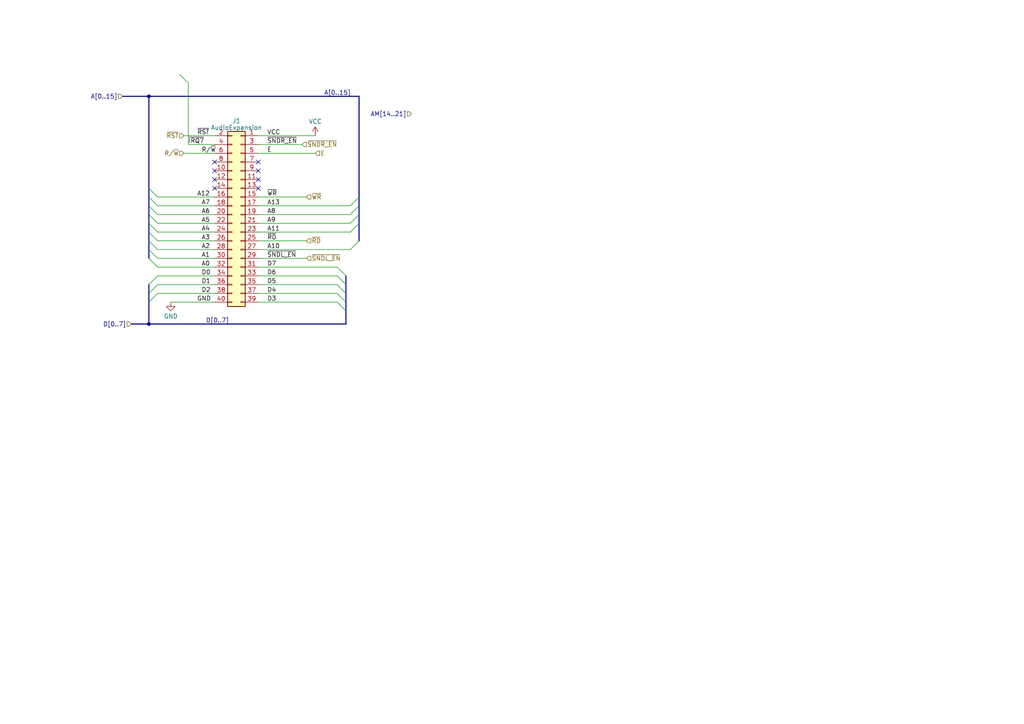
<source format=kicad_sch>
(kicad_sch (version 20231120) (generator "eeschema") (generator_version "8.0")
  (paper "A4")
  (lib_symbols
    (symbol "Connector_Generic:Conn_02x20_Odd_Even" (pin_names (offset 1.016) hide)
      (property "Reference" "J" (at 1.27 25.4 0))
      (property "Value" "Conn_02x20_Odd_Even" (at 1.27 -27.94 0))
      (symbol "Conn_02x20_Odd_Even_1_1"
        (rectangle (start -1.27 -25.273) (end 0 -25.527) (stroke (width 0.1524)))
        (rectangle (start -1.27 -22.733) (end 0 -22.987) (stroke (width 0.1524)))
        (rectangle (start -1.27 -20.193) (end 0 -20.447) (stroke (width 0.1524)))
        (rectangle (start -1.27 -17.653) (end 0 -17.907) (stroke (width 0.1524)))
        (rectangle (start -1.27 -15.113) (end 0 -15.367) (stroke (width 0.1524)))
        (rectangle (start -1.27 -12.573) (end 0 -12.827) (stroke (width 0.1524)))
        (rectangle (start -1.27 -10.033) (end 0 -10.287) (stroke (width 0.1524)))
        (rectangle (start -1.27 -7.493) (end 0 -7.747) (stroke (width 0.1524)))
        (rectangle (start -1.27 -4.953) (end 0 -5.207) (stroke (width 0.1524)))
        (rectangle (start -1.27 -2.413) (end 0 -2.667) (stroke (width 0.1524)))
        (rectangle (start -1.27 0.127) (end 0 -0.127) (stroke (width 0.1524)))
        (rectangle (start -1.27 2.667) (end 0 2.413) (stroke (width 0.1524)))
        (rectangle (start -1.27 5.207) (end 0 4.953) (stroke (width 0.1524)))
        (rectangle (start -1.27 7.747) (end 0 7.493) (stroke (width 0.1524)))
        (rectangle (start -1.27 10.287) (end 0 10.033) (stroke (width 0.1524)))
        (rectangle (start -1.27 12.827) (end 0 12.573) (stroke (width 0.1524)))
        (rectangle (start -1.27 15.367) (end 0 15.113) (stroke (width 0.1524)))
        (rectangle (start -1.27 17.907) (end 0 17.653) (stroke (width 0.1524)))
        (rectangle (start -1.27 20.447) (end 0 20.193) (stroke (width 0.1524)))
        (rectangle (start -1.27 22.987) (end 0 22.733) (stroke (width 0.1524)))
        (rectangle (start -1.27 24.13) (end 3.81 -26.67) (stroke (width 0.254)) (fill (type background)))
        (rectangle (start 3.81 -25.273) (end 2.54 -25.527) (stroke (width 0.1524)))
        (rectangle (start 3.81 -22.733) (end 2.54 -22.987) (stroke (width 0.1524)))
        (rectangle (start 3.81 -20.193) (end 2.54 -20.447) (stroke (width 0.1524)))
        (rectangle (start 3.81 -17.653) (end 2.54 -17.907) (stroke (width 0.1524)))
        (rectangle (start 3.81 -15.113) (end 2.54 -15.367) (stroke (width 0.1524)))
        (rectangle (start 3.81 -12.573) (end 2.54 -12.827) (stroke (width 0.1524)))
        (rectangle (start 3.81 -10.033) (end 2.54 -10.287) (stroke (width 0.1524)))
        (rectangle (start 3.81 -7.493) (end 2.54 -7.747) (stroke (width 0.1524)))
        (rectangle (start 3.81 -4.953) (end 2.54 -5.207) (stroke (width 0.1524)))
        (rectangle (start 3.81 -2.413) (end 2.54 -2.667) (stroke (width 0.1524)))
        (rectangle (start 3.81 0.127) (end 2.54 -0.127) (stroke (width 0.1524)))
        (rectangle (start 3.81 2.667) (end 2.54 2.413) (stroke (width 0.1524)))
        (rectangle (start 3.81 5.207) (end 2.54 4.953) (stroke (width 0.1524)))
        (rectangle (start 3.81 7.747) (end 2.54 7.493) (stroke (width 0.1524)))
        (rectangle (start 3.81 10.287) (end 2.54 10.033) (stroke (width 0.1524)))
        (rectangle (start 3.81 12.827) (end 2.54 12.573) (stroke (width 0.1524)))
        (rectangle (start 3.81 15.367) (end 2.54 15.113) (stroke (width 0.1524)))
        (rectangle (start 3.81 17.907) (end 2.54 17.653) (stroke (width 0.1524)))
        (rectangle (start 3.81 20.447) (end 2.54 20.193) (stroke (width 0.1524)))
        (rectangle (start 3.81 22.987) (end 2.54 22.733) (stroke (width 0.1524)))
        (pin passive line (at -5.08 22.86 0) (length 3.81) (name "Pin_1") (number "1"))
        (pin passive line (at 7.62 12.7 180) (length 3.81) (name "Pin_10") (number "10"))
        (pin passive line (at -5.08 10.16 0) (length 3.81) (name "Pin_11") (number "11"))
        (pin passive line (at 7.62 10.16 180) (length 3.81) (name "Pin_12") (number "12"))
        (pin passive line (at -5.08 7.62 0) (length 3.81) (name "Pin_13") (number "13"))
        (pin passive line (at 7.62 7.62 180) (length 3.81) (name "Pin_14") (number "14"))
        (pin passive line (at -5.08 5.08 0) (length 3.81) (name "Pin_15") (number "15"))
        (pin passive line (at 7.62 5.08 180) (length 3.81) (name "Pin_16") (number "16"))
        (pin passive line (at -5.08 2.54 0) (length 3.81) (name "Pin_17") (number "17"))
        (pin passive line (at 7.62 2.54 180) (length 3.81) (name "Pin_18") (number "18"))
        (pin passive line (at -5.08 0 0) (length 3.81) (name "Pin_19") (number "19"))
        (pin passive line (at 7.62 22.86 180) (length 3.81) (name "Pin_2") (number "2"))
        (pin passive line (at 7.62 0 180) (length 3.81) (name "Pin_20") (number "20"))
        (pin passive line (at -5.08 -2.54 0) (length 3.81) (name "Pin_21") (number "21"))
        (pin passive line (at 7.62 -2.54 180) (length 3.81) (name "Pin_22") (number "22"))
        (pin passive line (at -5.08 -5.08 0) (length 3.81) (name "Pin_23") (number "23"))
        (pin passive line (at 7.62 -5.08 180) (length 3.81) (name "Pin_24") (number "24"))
        (pin passive line (at -5.08 -7.62 0) (length 3.81) (name "Pin_25") (number "25"))
        (pin passive line (at 7.62 -7.62 180) (length 3.81) (name "Pin_26") (number "26"))
        (pin passive line (at -5.08 -10.16 0) (length 3.81) (name "Pin_27") (number "27"))
        (pin passive line (at 7.62 -10.16 180) (length 3.81) (name "Pin_28") (number "28"))
        (pin passive line (at -5.08 -12.7 0) (length 3.81) (name "Pin_29") (number "29"))
        (pin passive line (at -5.08 20.32 0) (length 3.81) (name "Pin_3") (number "3"))
        (pin passive line (at 7.62 -12.7 180) (length 3.81) (name "Pin_30") (number "30"))
        (pin passive line (at -5.08 -15.24 0) (length 3.81) (name "Pin_31") (number "31"))
        (pin passive line (at 7.62 -15.24 180) (length 3.81) (name "Pin_32") (number "32"))
        (pin passive line (at -5.08 -17.78 0) (length 3.81) (name "Pin_33") (number "33"))
        (pin passive line (at 7.62 -17.78 180) (length 3.81) (name "Pin_34") (number "34"))
        (pin passive line (at -5.08 -20.32 0) (length 3.81) (name "Pin_35") (number "35"))
        (pin passive line (at 7.62 -20.32 180) (length 3.81) (name "Pin_36") (number "36"))
        (pin passive line (at -5.08 -22.86 0) (length 3.81) (name "Pin_37") (number "37"))
        (pin passive line (at 7.62 -22.86 180) (length 3.81) (name "Pin_38") (number "38"))
        (pin passive line (at -5.08 -25.4 0) (length 3.81) (name "Pin_39") (number "39"))
        (pin passive line (at 7.62 20.32 180) (length 3.81) (name "Pin_4") (number "4"))
        (pin passive line (at 7.62 -25.4 180) (length 3.81) (name "Pin_40") (number "40"))
        (pin passive line (at -5.08 17.78 0) (length 3.81) (name "Pin_5") (number "5"))
        (pin passive line (at 7.62 17.78 180) (length 3.81) (name "Pin_6") (number "6"))
        (pin passive line (at -5.08 15.24 0) (length 3.81) (name "Pin_7") (number "7"))
        (pin passive line (at 7.62 15.24 180) (length 3.81) (name "Pin_8") (number "8"))
        (pin passive line (at -5.08 12.7 0) (length 3.81) (name "Pin_9") (number "9"))
      )
    )
    (symbol "power:GND" (power) (pin_numbers hide) (pin_names (offset 0) hide)
      (property "Value" "GND" (at 0 -3.81 0))
      (symbol "GND_0_1"
        (polyline (pts (xy 0 0) (xy 0 -1.27) (xy 1.27 -1.27) (xy 0 -2.54) (xy -1.27 -1.27) (xy 0 -1.27)))
      )
      (symbol "GND_1_1"
        (pin power_in line (at 0 0 270) (length 0) (name "~") (number "1"))
      )
    )
    (symbol "power:VCC" (power) (pin_numbers hide) (pin_names (offset 0) hide)
      (property "Value" "VCC" (at 0 3.556 0))
      (symbol "VCC_0_1"
        (polyline (pts (xy -0.762 1.27) (xy 0 2.54)))
        (polyline (pts (xy 0 0) (xy 0 2.54)))
        (polyline (pts (xy 0 2.54) (xy 0.762 1.27)))
      )
      (symbol "VCC_1_1"
        (pin power_in line (at 0 0 90) (length 0) (name "~") (number "1"))
      )
    )
  )
  (junction (at 43.18 27.94))
  (junction (at 43.18 93.98))
  (no_connect (at 74.93 49.53))
  (no_connect (at 62.23 54.61))
  (no_connect (at 62.23 46.99))
  (no_connect (at 62.23 52.07))
  (no_connect (at 62.23 49.53))
  (no_connect (at 74.93 46.99))
  (no_connect (at 74.93 54.61))
  (no_connect (at 74.93 52.07))
  (bus_entry (at 43.18 64.77) (size 2.54 2.54))
  (bus_entry (at 43.18 82.55) (size 2.54 -2.54))
  (bus_entry (at 45.72 77.47) (size -2.54 -2.54))
  (bus_entry (at 97.79 82.55) (size 2.54 2.54))
  (bus_entry (at 45.72 74.93) (size -2.54 -2.54))
  (bus_entry (at 97.79 85.09) (size 2.54 2.54))
  (bus_entry (at 52.07 21.59) (size 2.54 2.54))
  (bus_entry (at 101.6 67.31) (size 2.54 -2.54))
  (bus_entry (at 45.72 57.15) (size -2.54 -2.54))
  (bus_entry (at 45.72 72.39) (size -2.54 -2.54))
  (bus_entry (at 45.72 59.69) (size -2.54 -2.54))
  (bus_entry (at 45.72 62.23) (size -2.54 -2.54))
  (bus_entry (at 45.72 64.77) (size -2.54 -2.54))
  (bus_entry (at 101.6 62.23) (size 2.54 -2.54))
  (bus_entry (at 43.18 85.09) (size 2.54 -2.54))
  (bus_entry (at 97.79 77.47) (size 2.54 2.54))
  (bus_entry (at 101.6 72.39) (size 2.54 -2.54))
  (bus_entry (at 43.18 87.63) (size 2.54 -2.54))
  (bus_entry (at 101.6 64.77) (size 2.54 -2.54))
  (bus_entry (at 97.79 80.01) (size 2.54 2.54))
  (bus_entry (at 97.79 87.63) (size 2.54 2.54))
  (bus_entry (at 45.72 69.85) (size -2.54 -2.54))
  (bus_entry (at 101.6 59.69) (size 2.54 -2.54))
  (bus (pts (xy 100.33 82.55) (xy 100.33 85.09)))
  (bus (pts (xy 43.18 72.39) (xy 43.18 69.85)))
  (bus (pts (xy 43.18 85.09) (xy 43.18 87.63)))
  (bus (pts (xy 104.14 59.69) (xy 104.14 62.23)))
  (wire (pts (xy 74.93 87.63) (xy 97.79 87.63)))
  (wire (pts (xy 74.93 67.31) (xy 101.6 67.31)))
  (wire (pts (xy 74.93 74.93) (xy 88.9 74.93)))
  (wire (pts (xy 74.93 80.01) (xy 97.79 80.01)))
  (wire (pts (xy 45.72 69.85) (xy 62.23 69.85)))
  (wire (pts (xy 74.93 69.85) (xy 88.9 69.85)))
  (bus (pts (xy 43.18 93.98) (xy 38.1 93.98)))
  (wire (pts (xy 49.53 87.63) (xy 62.23 87.63)))
  (bus (pts (xy 43.18 69.85) (xy 43.18 67.31)))
  (wire (pts (xy 45.72 82.55) (xy 62.23 82.55)))
  (wire (pts (xy 74.93 82.55) (xy 97.79 82.55)))
  (wire (pts (xy 74.93 62.23) (xy 101.6 62.23)))
  (wire (pts (xy 45.72 57.15) (xy 62.23 57.15)))
  (bus (pts (xy 35.56 27.94) (xy 43.18 27.94)))
  (wire (pts (xy 74.93 41.91) (xy 87.63 41.91)))
  (bus (pts (xy 100.33 85.09) (xy 100.33 87.63)))
  (wire (pts (xy 45.72 72.39) (xy 62.23 72.39)))
  (bus (pts (xy 43.18 87.63) (xy 43.18 93.98)))
  (bus (pts (xy 100.33 93.98) (xy 43.18 93.98)))
  (wire (pts (xy 54.61 24.13) (xy 54.61 41.91)))
  (bus (pts (xy 43.18 62.23) (xy 43.18 64.77)))
  (bus (pts (xy 43.18 27.94) (xy 104.14 27.94)))
  (wire (pts (xy 45.72 77.47) (xy 62.23 77.47)))
  (bus (pts (xy 100.33 90.17) (xy 100.33 93.98)))
  (bus (pts (xy 100.33 87.63) (xy 100.33 90.17)))
  (bus (pts (xy 43.18 59.69) (xy 43.18 57.15)))
  (wire (pts (xy 54.61 41.91) (xy 62.23 41.91)))
  (wire (pts (xy 53.34 39.37) (xy 62.23 39.37)))
  (wire (pts (xy 74.93 59.69) (xy 101.6 59.69)))
  (wire (pts (xy 45.72 85.09) (xy 62.23 85.09)))
  (bus (pts (xy 43.18 27.94) (xy 43.18 54.61)))
  (wire (pts (xy 74.93 39.37) (xy 91.44 39.37)))
  (wire (pts (xy 45.72 67.31) (xy 62.23 67.31)))
  (bus (pts (xy 104.14 27.94) (xy 104.14 57.15)))
  (wire (pts (xy 74.93 44.45) (xy 91.44 44.45)))
  (wire (pts (xy 74.93 57.15) (xy 88.9 57.15)))
  (bus (pts (xy 100.33 80.01) (xy 100.33 82.55)))
  (wire (pts (xy 45.72 74.93) (xy 62.23 74.93)))
  (wire (pts (xy 74.93 72.39) (xy 101.6 72.39)))
  (wire (pts (xy 45.72 80.01) (xy 62.23 80.01)))
  (wire (pts (xy 45.72 62.23) (xy 62.23 62.23)))
  (wire (pts (xy 45.72 59.69) (xy 62.23 59.69)))
  (bus (pts (xy 43.18 82.55) (xy 43.18 85.09)))
  (bus (pts (xy 104.14 62.23) (xy 104.14 64.77)))
  (bus (pts (xy 43.18 74.93) (xy 43.18 72.39)))
  (wire (pts (xy 45.72 64.77) (xy 62.23 64.77)))
  (bus (pts (xy 43.18 57.15) (xy 43.18 54.61)))
  (bus (pts (xy 43.18 62.23) (xy 43.18 59.69)))
  (wire (pts (xy 53.34 44.45) (xy 62.23 44.45)))
  (bus (pts (xy 104.14 64.77) (xy 104.14 69.85)))
  (wire (pts (xy 74.93 85.09) (xy 97.79 85.09)))
  (bus (pts (xy 104.14 57.15) (xy 104.14 59.69)))
  (bus (pts (xy 43.18 64.77) (xy 43.18 67.31)))
  (wire (pts (xy 74.93 77.47) (xy 97.79 77.47)))
  (wire (pts (xy 74.93 64.77) (xy 101.6 64.77)))
  (label "A0" (at 58.42 77.47 0))
  (label "D0" (at 58.42 80.01 0))
  (label "A8" (at 77.47 62.23 0))
  (label "A9" (at 77.47 64.77 0))
  (label "D3" (at 77.47 87.63 0))
  (label "E" (at 77.47 44.45 0))
  (label "A13" (at 77.47 59.69 0))
  (label "~{RST}" (at 57.15 39.37 0))
  (label "A1" (at 58.42 74.93 0))
  (label "D7" (at 77.47 77.47 0))
  (label "~{IRQ7}" (at 54.61 41.91 0))
  (label "D[0..7]" (at 59.69 93.98 0))
  (label "D4" (at 77.47 85.09 0))
  (label "~{SNDR_EN}" (at 77.47 41.91 0))
  (label "~{RD}" (at 77.47 69.85 0))
  (label "D1" (at 58.42 82.55 0))
  (label "A5" (at 58.42 64.77 0))
  (label "A11" (at 77.47 67.31 0))
  (label "R{slash}~{W}" (at 58.42 44.45 0))
  (label "A4" (at 58.42 67.31 0))
  (label "A3" (at 58.42 69.85 0))
  (label "D2" (at 58.42 85.09 0))
  (label "D5" (at 77.47 82.55 0))
  (label "A10" (at 77.47 72.39 0))
  (label "D6" (at 77.47 80.01 0))
  (label "A[0..15]" (at 93.98 27.94 0))
  (label "~{WR}" (at 77.47 57.15 0))
  (label "A6" (at 58.42 62.23 0))
  (label "GND" (at 57.15 87.63 0))
  (label "A12" (at 57.15 57.15 0))
  (label "VCC" (at 77.47 39.37 0))
  (label "~{SNDL_EN}" (at 77.47 74.93 0))
  (label "A7" (at 58.42 59.69 0))
  (label "A2" (at 58.42 72.39 0))
  (hierarchical_label "~{RST}" (shape input) (at 53.34 39.37 180))
  (hierarchical_label "D[0..7]" (shape input) (at 38.1 93.98 180))
  (hierarchical_label "~{SNDL_EN}" (shape input) (at 88.9 74.93 0))
  (hierarchical_label "~{SNDR_EN}" (shape input) (at 87.63 41.91 0))
  (hierarchical_label "E" (shape input) (at 91.44 44.45 0))
  (hierarchical_label "~{RD}" (shape input) (at 88.9 69.85 0))
  (hierarchical_label "AM[14..21]" (shape input) (at 119.38 33.02 180))
  (hierarchical_label "~{WR}" (shape input) (at 88.9 57.15 0))
  (hierarchical_label "R{slash}~{W}" (shape input) (at 53.34 44.45 180))
  (hierarchical_label "A[0..15]" (shape input) (at 35.56 27.94 180))
  (symbol (lib_id "Connector_Generic:Conn_02x20_Odd_Even") (at 69.85 62.23 0) (mirror y) (unit 1)
    (property "Reference" "J1" (at 68.58 35.0901 0))
    (property "Value" "AudioExpansion" (at 68.58 37.0111 0))
    (property "Footprint" "Connector_PinSocket_2.54mm:PinSocket_2x20_P2.54mm_Vertical" (effects (hide yes)))
  )
  (symbol (lib_id "power:GND") (at 49.53 87.63 0) (unit 1)
    (property "Reference" "#PWR01" (effects (hide yes)))
    (property "Value" "GND" (at 49.53 91.7631 0))
    (property "Description" "Power symbol creates a global label with name \"GND\" , ground" (effects (hide yes)))
  )
  (symbol (lib_id "power:VCC") (at 91.44 39.37 0) (unit 1)
    (property "Reference" "#PWR02" (effects (hide yes)))
    (property "Value" "VCC" (at 91.44 35.2369 0))
    (property "Description" "Power symbol creates a global label with name \"VCC\"" (effects (hide yes)))
  )
)
</source>
